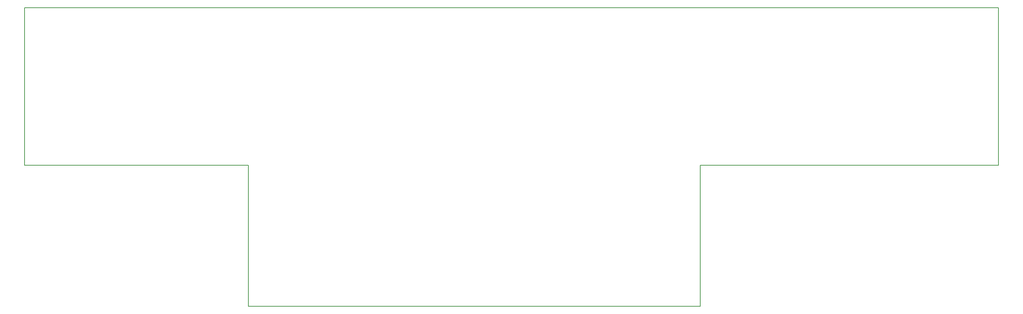
<source format=gbr>
%TF.GenerationSoftware,KiCad,Pcbnew,9.0.0*%
%TF.CreationDate,2025-03-10T18:29:08+01:00*%
%TF.ProjectId,pcb,7063622e-6b69-4636-9164-5f7063625858,v1.0.0*%
%TF.SameCoordinates,Original*%
%TF.FileFunction,Profile,NP*%
%FSLAX46Y46*%
G04 Gerber Fmt 4.6, Leading zero omitted, Abs format (unit mm)*
G04 Created by KiCad (PCBNEW 9.0.0) date 2025-03-10 18:29:08*
%MOMM*%
%LPD*%
G01*
G04 APERTURE LIST*
%TA.AperFunction,Profile*%
%ADD10C,0.150000*%
%TD*%
G04 APERTURE END LIST*
D10*
X89000000Y-110500000D02*
X89000000Y-72500000D01*
X324000000Y-72500000D02*
X324000000Y-110500000D01*
X143000000Y-144500000D02*
X143000000Y-110500000D01*
X89000000Y-72500000D02*
X324000000Y-72500000D01*
X143000000Y-110500000D02*
X89000000Y-110500000D01*
X252000000Y-110500000D02*
X252000000Y-144500000D01*
X252000000Y-144500000D02*
X143000000Y-144500000D01*
X324000000Y-110500000D02*
X252000000Y-110500000D01*
M02*

</source>
